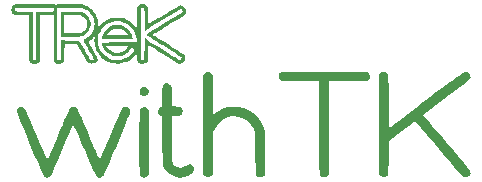
<source format=gbr>
G04 #@! TF.GenerationSoftware,KiCad,Pcbnew,7.0.9*
G04 #@! TF.CreationDate,2024-01-25T20:04:26+09:00*
G04 #@! TF.ProjectId,withTK,77697468-544b-42e6-9b69-6361645f7063,rev?*
G04 #@! TF.SameCoordinates,Original*
G04 #@! TF.FileFunction,Legend,Top*
G04 #@! TF.FilePolarity,Positive*
%FSLAX46Y46*%
G04 Gerber Fmt 4.6, Leading zero omitted, Abs format (unit mm)*
G04 Created by KiCad (PCBNEW 7.0.9) date 2024-01-25 20:04:26*
%MOMM*%
%LPD*%
G01*
G04 APERTURE LIST*
G04 APERTURE END LIST*
G36*
X29239263Y-26541073D02*
G01*
X29381832Y-26561505D01*
X29514991Y-26600322D01*
X29654325Y-26661015D01*
X29672508Y-26670089D01*
X29859977Y-26787656D01*
X30026400Y-26937932D01*
X30167308Y-27114868D01*
X30278232Y-27312410D01*
X30354704Y-27524508D01*
X30376827Y-27623873D01*
X30391032Y-27702919D01*
X29071694Y-27702919D01*
X27752357Y-27702919D01*
X27766562Y-27623873D01*
X27823679Y-27419157D01*
X27829058Y-27407815D01*
X28152382Y-27407815D01*
X29070503Y-27407815D01*
X29280417Y-27407386D01*
X29469556Y-27406147D01*
X29634557Y-27404167D01*
X29772058Y-27401517D01*
X29878696Y-27398267D01*
X29951109Y-27394488D01*
X29985935Y-27390249D01*
X29988624Y-27388629D01*
X29975079Y-27359011D01*
X29939325Y-27308191D01*
X29888677Y-27245057D01*
X29830453Y-27178495D01*
X29771972Y-27117394D01*
X29741745Y-27088791D01*
X29597787Y-26977853D01*
X29447431Y-26901410D01*
X29282738Y-26856809D01*
X29095769Y-26841400D01*
X29005939Y-26843116D01*
X28900582Y-26849233D01*
X28823145Y-26858657D01*
X28759391Y-26874551D01*
X28695082Y-26900080D01*
X28647347Y-26922793D01*
X28551855Y-26980401D01*
X28447736Y-27060312D01*
X28346167Y-27152316D01*
X28258320Y-27246206D01*
X28195370Y-27331770D01*
X28190461Y-27340208D01*
X28152382Y-27407815D01*
X27829058Y-27407815D01*
X27917773Y-27220746D01*
X28043684Y-27036160D01*
X28196250Y-26872920D01*
X28370308Y-26738544D01*
X28377400Y-26734030D01*
X28557153Y-26636652D01*
X28738088Y-26573667D01*
X28932568Y-26541541D01*
X29071694Y-26535535D01*
X29239263Y-26541073D01*
G37*
G36*
X25351534Y-25405512D02*
G01*
X25539331Y-25406426D01*
X25694065Y-25408603D01*
X25820282Y-25412574D01*
X25922529Y-25418875D01*
X26005353Y-25428039D01*
X26073301Y-25440600D01*
X26130919Y-25457090D01*
X26182755Y-25478045D01*
X26233356Y-25503997D01*
X26287267Y-25535480D01*
X26299827Y-25543082D01*
X26466311Y-25667059D01*
X26603743Y-25816545D01*
X26709963Y-25986231D01*
X26782810Y-26170810D01*
X26820120Y-26364970D01*
X26819734Y-26563405D01*
X26786319Y-26737962D01*
X26709597Y-26939660D01*
X26602576Y-27112343D01*
X26464067Y-27257493D01*
X26292879Y-27376591D01*
X26257574Y-27395864D01*
X26191572Y-27429172D01*
X26128904Y-27456663D01*
X26064761Y-27478893D01*
X25994333Y-27496416D01*
X25912812Y-27509787D01*
X25815388Y-27519562D01*
X25697253Y-27526296D01*
X25553599Y-27530543D01*
X25379614Y-27532859D01*
X25170492Y-27533799D01*
X25061446Y-27533922D01*
X24297338Y-27534288D01*
X24297338Y-26469807D01*
X24297338Y-25698293D01*
X24592441Y-25698293D01*
X24592441Y-26459018D01*
X24592441Y-27219742D01*
X25282773Y-27213654D01*
X25973105Y-27207566D01*
X26090245Y-27148209D01*
X26218587Y-27070722D01*
X26318584Y-26978977D01*
X26400674Y-26862105D01*
X26443045Y-26780937D01*
X26482182Y-26695170D01*
X26505389Y-26628878D01*
X26516629Y-26564367D01*
X26519862Y-26483940D01*
X26519763Y-26438189D01*
X26514831Y-26323188D01*
X26500632Y-26236004D01*
X26475522Y-26164164D01*
X26405484Y-26047719D01*
X26305930Y-25933987D01*
X26188472Y-25834948D01*
X26106167Y-25783115D01*
X25973105Y-25710969D01*
X25282773Y-25704631D01*
X24592441Y-25698293D01*
X24297338Y-25698293D01*
X24297338Y-25405326D01*
X25126126Y-25405326D01*
X25351534Y-25405512D01*
G37*
G36*
X22064833Y-24773090D02*
G01*
X22376413Y-24773208D01*
X22648507Y-24773542D01*
X22883785Y-24774139D01*
X23084918Y-24775045D01*
X23254577Y-24776309D01*
X23395431Y-24777976D01*
X23510153Y-24780093D01*
X23601412Y-24782709D01*
X23671879Y-24785869D01*
X23724226Y-24789621D01*
X23761122Y-24794011D01*
X23785239Y-24799087D01*
X23796902Y-24803555D01*
X23841607Y-24821605D01*
X23882896Y-24819573D01*
X23930965Y-24802172D01*
X23953554Y-24794831D01*
X23985365Y-24788777D01*
X24029998Y-24783931D01*
X24091051Y-24780212D01*
X24172123Y-24777539D01*
X24276813Y-24775832D01*
X24408720Y-24775012D01*
X24571442Y-24774996D01*
X24768578Y-24775705D01*
X25003726Y-24777058D01*
X25042688Y-24777312D01*
X26078499Y-24784170D01*
X26271733Y-24849551D01*
X26488288Y-24935410D01*
X26674209Y-25037716D01*
X26839676Y-25162368D01*
X26889570Y-25207564D01*
X27051537Y-25374968D01*
X27179900Y-25542713D01*
X27281841Y-25721798D01*
X27364542Y-25923224D01*
X27373037Y-25947999D01*
X27409752Y-26089531D01*
X27434868Y-26253199D01*
X27446706Y-26421243D01*
X27443589Y-26575903D01*
X27437592Y-26631371D01*
X27428173Y-26705872D01*
X27423225Y-26762088D01*
X27423694Y-26788908D01*
X27424091Y-26789561D01*
X27439068Y-26778488D01*
X27468216Y-26741506D01*
X27485761Y-26716019D01*
X27613692Y-26554686D01*
X27776485Y-26400686D01*
X27966907Y-26259017D01*
X28177729Y-26134676D01*
X28401718Y-26032658D01*
X28549186Y-25981222D01*
X28622767Y-25959704D01*
X28686967Y-25944425D01*
X28751618Y-25934347D01*
X28826554Y-25928432D01*
X28921609Y-25925643D01*
X29046616Y-25924941D01*
X29082234Y-25924968D01*
X29216565Y-25925742D01*
X29318646Y-25928325D01*
X29398377Y-25933773D01*
X29465658Y-25943140D01*
X29530391Y-25957481D01*
X29602476Y-25977850D01*
X29615457Y-25981771D01*
X29866529Y-26076632D01*
X30103119Y-26202612D01*
X30318894Y-26355200D01*
X30507519Y-26529884D01*
X30662663Y-26722153D01*
X30670007Y-26733011D01*
X30747462Y-26848663D01*
X30747580Y-25974173D01*
X30748110Y-25766274D01*
X30749584Y-25575796D01*
X30751913Y-25406801D01*
X30755006Y-25263348D01*
X30758775Y-25149497D01*
X30763131Y-25069308D01*
X30767984Y-25026842D01*
X30768452Y-25024971D01*
X30806316Y-24948375D01*
X30870399Y-24873306D01*
X30946849Y-24814387D01*
X30985971Y-24795332D01*
X31041222Y-24783369D01*
X31122205Y-24776143D01*
X31215912Y-24773618D01*
X31309332Y-24775754D01*
X31389455Y-24782516D01*
X31443271Y-24793864D01*
X31449719Y-24796673D01*
X31541739Y-24862970D01*
X31617242Y-24952636D01*
X31629506Y-24973209D01*
X31639096Y-24995389D01*
X31647005Y-25026731D01*
X31653485Y-25071611D01*
X31658787Y-25134404D01*
X31663162Y-25219485D01*
X31666862Y-25331231D01*
X31670136Y-25474016D01*
X31673237Y-25652215D01*
X31674931Y-25764934D01*
X31685470Y-26493422D01*
X32233520Y-26158353D01*
X32381871Y-26067613D01*
X32557725Y-25959981D01*
X32752654Y-25840621D01*
X32958231Y-25714694D01*
X33166028Y-25587362D01*
X33367620Y-25463788D01*
X33529869Y-25364289D01*
X33727043Y-25243638D01*
X33892182Y-25143640D01*
X34029019Y-25062636D01*
X34141286Y-24998963D01*
X34232716Y-24950961D01*
X34307042Y-24916968D01*
X34367995Y-24895324D01*
X34419309Y-24884367D01*
X34464715Y-24882436D01*
X34507947Y-24887870D01*
X34552737Y-24899008D01*
X34566363Y-24903012D01*
X34653361Y-24948302D01*
X34736645Y-25025839D01*
X34809084Y-25125848D01*
X34863550Y-25238555D01*
X34892352Y-25349927D01*
X34896537Y-25441241D01*
X34879687Y-25521959D01*
X34838092Y-25596998D01*
X34768042Y-25671276D01*
X34665827Y-25749711D01*
X34527739Y-25837220D01*
X34522391Y-25840401D01*
X34460721Y-25877351D01*
X34371269Y-25931422D01*
X34257616Y-26000420D01*
X34123342Y-26082150D01*
X33972028Y-26174418D01*
X33807255Y-26275030D01*
X33632603Y-26381790D01*
X33451654Y-26492505D01*
X33267988Y-26604980D01*
X33085186Y-26717020D01*
X32906828Y-26826432D01*
X32736496Y-26931020D01*
X32577770Y-27028590D01*
X32434230Y-27116948D01*
X32309457Y-27193899D01*
X32207033Y-27257248D01*
X32130538Y-27304802D01*
X32083552Y-27334366D01*
X32069588Y-27343615D01*
X32083970Y-27357061D01*
X32131183Y-27390536D01*
X32208112Y-27442037D01*
X32311643Y-27509562D01*
X32438663Y-27591110D01*
X32586057Y-27684679D01*
X32750711Y-27788267D01*
X32929513Y-27899873D01*
X33081372Y-27994034D01*
X33361153Y-28167086D01*
X33607262Y-28319537D01*
X33821943Y-28452861D01*
X34007437Y-28568535D01*
X34165989Y-28668034D01*
X34299841Y-28752834D01*
X34411235Y-28824412D01*
X34502414Y-28884242D01*
X34575622Y-28933802D01*
X34633100Y-28974566D01*
X34677092Y-29008010D01*
X34709841Y-29035612D01*
X34733589Y-29058845D01*
X34750579Y-29079187D01*
X34763053Y-29098112D01*
X34765398Y-29102203D01*
X34815715Y-29224731D01*
X34825137Y-29343428D01*
X34793876Y-29463808D01*
X34780522Y-29493198D01*
X34698525Y-29626927D01*
X34601623Y-29722119D01*
X34488158Y-29780258D01*
X34447727Y-29791359D01*
X34361929Y-29805753D01*
X34294089Y-29803508D01*
X34247758Y-29792576D01*
X34221571Y-29781306D01*
X34175384Y-29756917D01*
X34107888Y-29718606D01*
X34017773Y-29665565D01*
X33903728Y-29596990D01*
X33764445Y-29512075D01*
X33598614Y-29410014D01*
X33404923Y-29290001D01*
X33182065Y-29151231D01*
X32928728Y-28992898D01*
X32643604Y-28814196D01*
X32325381Y-28614320D01*
X32022732Y-28423927D01*
X31685470Y-28211632D01*
X31674931Y-28890996D01*
X31671873Y-29086013D01*
X31668781Y-29243609D01*
X31664758Y-29368511D01*
X31658908Y-29465447D01*
X31650332Y-29539145D01*
X31638136Y-29594332D01*
X31621420Y-29635735D01*
X31599290Y-29668084D01*
X31570846Y-29696104D01*
X31535194Y-29724524D01*
X31513687Y-29740893D01*
X31470810Y-29770293D01*
X31427970Y-29788822D01*
X31372835Y-29799592D01*
X31293071Y-29805715D01*
X31249116Y-29807655D01*
X31136293Y-29810417D01*
X31055063Y-29806794D01*
X30995070Y-29794601D01*
X30945959Y-29771652D01*
X30897375Y-29735762D01*
X30893639Y-29732635D01*
X30841774Y-29682877D01*
X30803551Y-29628630D01*
X30777017Y-29562649D01*
X30760221Y-29477688D01*
X30751209Y-29366503D01*
X30748028Y-29221848D01*
X30747925Y-29191928D01*
X30747462Y-28878696D01*
X30655886Y-29003094D01*
X30468217Y-29224663D01*
X30256878Y-29412506D01*
X30023863Y-29565169D01*
X29771169Y-29681200D01*
X29682482Y-29711620D01*
X29403591Y-29778959D01*
X29125897Y-29806489D01*
X28852814Y-29795755D01*
X28587758Y-29748301D01*
X28334145Y-29665673D01*
X28095389Y-29549415D01*
X27874905Y-29401071D01*
X27676109Y-29222187D01*
X27502416Y-29014308D01*
X27357241Y-28778977D01*
X27286307Y-28627789D01*
X27231337Y-28485323D01*
X27192404Y-28354015D01*
X27165458Y-28216894D01*
X27146447Y-28056988D01*
X27144287Y-28032955D01*
X27139269Y-27930670D01*
X27139434Y-27811393D01*
X27141547Y-27755773D01*
X27439838Y-27755773D01*
X27439872Y-27862495D01*
X27442591Y-27951341D01*
X27448677Y-28075812D01*
X27457696Y-28171888D01*
X27471900Y-28253327D01*
X27493541Y-28333886D01*
X27516708Y-28404027D01*
X27620522Y-28645458D01*
X27755056Y-28858787D01*
X27921140Y-29044866D01*
X28119607Y-29204547D01*
X28351290Y-29338682D01*
X28489896Y-29400546D01*
X28697088Y-29464669D01*
X28924335Y-29499317D01*
X29161029Y-29503949D01*
X29396559Y-29478021D01*
X29512655Y-29452896D01*
X29745830Y-29371650D01*
X29963982Y-29251148D01*
X30166728Y-29091665D01*
X30353683Y-28893480D01*
X30436995Y-28785655D01*
X30489625Y-28705620D01*
X30511604Y-28646849D01*
X30502511Y-28601228D01*
X30461931Y-28560643D01*
X30424158Y-28536422D01*
X30364143Y-28505081D01*
X30314604Y-28485786D01*
X30298350Y-28482836D01*
X30269629Y-28498915D01*
X30226661Y-28541179D01*
X30178487Y-28600672D01*
X30176031Y-28604039D01*
X30091091Y-28715784D01*
X30014638Y-28802088D01*
X29934909Y-28874485D01*
X29840139Y-28944508D01*
X29804037Y-28968744D01*
X29605149Y-29075683D01*
X29389306Y-29147827D01*
X29163905Y-29184303D01*
X28936340Y-29184237D01*
X28714009Y-29146755D01*
X28599701Y-29111008D01*
X28418447Y-29024267D01*
X28245009Y-28903477D01*
X28088736Y-28756719D01*
X27958978Y-28592073D01*
X27913922Y-28518255D01*
X27878116Y-28444588D01*
X27840576Y-28352103D01*
X27834611Y-28335284D01*
X28152382Y-28335284D01*
X28190461Y-28400452D01*
X28298331Y-28545799D01*
X28438815Y-28673316D01*
X28603989Y-28776738D01*
X28740160Y-28835021D01*
X28812299Y-28857902D01*
X28878042Y-28871911D01*
X28950900Y-28878606D01*
X29044389Y-28879541D01*
X29113852Y-28878045D01*
X29224308Y-28873627D01*
X29305176Y-28866041D01*
X29369018Y-28853036D01*
X29428394Y-28832361D01*
X29469200Y-28814366D01*
X29649535Y-28712750D01*
X29796524Y-28591351D01*
X29876563Y-28497610D01*
X29920162Y-28439863D01*
X29955093Y-28397591D01*
X29972453Y-28380955D01*
X29989954Y-28370246D01*
X29987280Y-28361254D01*
X29961836Y-28353848D01*
X29911026Y-28347896D01*
X29832254Y-28343267D01*
X29722925Y-28339830D01*
X29580443Y-28337453D01*
X29402213Y-28336004D01*
X29185638Y-28335352D01*
X29070503Y-28335284D01*
X28152382Y-28335284D01*
X27834611Y-28335284D01*
X27827938Y-28316468D01*
X30671198Y-28316468D01*
X30672501Y-28330392D01*
X30694765Y-28356363D01*
X30725259Y-28387439D01*
X30740190Y-28398521D01*
X30746109Y-28380779D01*
X30747462Y-28356363D01*
X30733197Y-28321706D01*
X30702037Y-28314205D01*
X30671198Y-28316468D01*
X27827938Y-28316468D01*
X27805399Y-28252917D01*
X27776680Y-28159149D01*
X27758513Y-28082916D01*
X27754267Y-28045874D01*
X27761780Y-28040499D01*
X27785990Y-28035851D01*
X27829405Y-28031882D01*
X27894532Y-28028548D01*
X27983879Y-28025802D01*
X28099954Y-28023598D01*
X28245263Y-28021890D01*
X28422315Y-28020633D01*
X28633616Y-28019780D01*
X28881676Y-28019286D01*
X29169000Y-28019105D01*
X29216665Y-28019101D01*
X29503450Y-28019018D01*
X29750965Y-28018725D01*
X29962098Y-28018160D01*
X30139738Y-28017261D01*
X30286772Y-28015965D01*
X30406088Y-28014209D01*
X30500574Y-28011931D01*
X30573118Y-28009068D01*
X30626609Y-28005558D01*
X30663932Y-28001337D01*
X30687978Y-27996344D01*
X30701633Y-27990516D01*
X30705859Y-27986815D01*
X30719000Y-27955793D01*
X30724435Y-27899533D01*
X30722569Y-27811333D01*
X30719507Y-27760218D01*
X30681677Y-27493878D01*
X30606609Y-27245514D01*
X30599694Y-27231229D01*
X31040942Y-27231229D01*
X31041217Y-27495228D01*
X31041824Y-27756693D01*
X31042757Y-28012208D01*
X31044016Y-28258356D01*
X31045597Y-28491723D01*
X31047498Y-28708892D01*
X31049715Y-28906448D01*
X31052247Y-29080975D01*
X31055089Y-29229058D01*
X31058241Y-29347281D01*
X31061699Y-29432228D01*
X31065459Y-29480484D01*
X31067860Y-29490404D01*
X31103700Y-29505597D01*
X31163934Y-29513814D01*
X31233735Y-29515110D01*
X31298273Y-29509540D01*
X31342720Y-29497159D01*
X31352235Y-29489350D01*
X31356090Y-29463275D01*
X31360130Y-29399532D01*
X31364221Y-29302611D01*
X31368228Y-29177002D01*
X31372020Y-29027192D01*
X31375460Y-28857672D01*
X31378417Y-28672930D01*
X31379827Y-28563133D01*
X31390367Y-27663264D01*
X31959495Y-28022305D01*
X32304472Y-28239839D01*
X32615576Y-28435786D01*
X32894504Y-28611185D01*
X33142956Y-28767074D01*
X33362628Y-28904495D01*
X33555220Y-29024485D01*
X33722429Y-29128084D01*
X33865953Y-29216331D01*
X33987491Y-29290265D01*
X34088740Y-29350927D01*
X34171398Y-29399354D01*
X34237164Y-29436586D01*
X34287736Y-29463662D01*
X34324811Y-29481622D01*
X34350088Y-29491505D01*
X34364759Y-29494359D01*
X34414994Y-29483139D01*
X34457225Y-29443782D01*
X34473147Y-29420879D01*
X34503608Y-29363724D01*
X34519781Y-29313636D01*
X34520574Y-29304569D01*
X34516824Y-29291580D01*
X34504252Y-29274375D01*
X34480876Y-29251660D01*
X34444713Y-29222143D01*
X34393783Y-29184532D01*
X34326102Y-29137532D01*
X34239689Y-29079852D01*
X34132562Y-29010199D01*
X34002738Y-28927279D01*
X33848236Y-28829799D01*
X33667073Y-28716468D01*
X33457268Y-28585992D01*
X33216838Y-28437078D01*
X32943800Y-28268433D01*
X32728873Y-28135892D01*
X32524764Y-28009962D01*
X32330883Y-27890104D01*
X32150276Y-27778216D01*
X31985984Y-27676194D01*
X31841054Y-27585936D01*
X31718527Y-27509338D01*
X31621449Y-27448297D01*
X31552863Y-27404711D01*
X31515813Y-27380477D01*
X31510295Y-27376442D01*
X31511218Y-27367461D01*
X31527099Y-27350415D01*
X31560000Y-27323969D01*
X31611979Y-27286789D01*
X31685094Y-27237540D01*
X31781406Y-27174887D01*
X31902973Y-27097496D01*
X32051854Y-27004030D01*
X32230109Y-26893156D01*
X32439797Y-26763538D01*
X32682976Y-26613842D01*
X32753947Y-26570237D01*
X32972907Y-26435797D01*
X33187740Y-26303981D01*
X33394725Y-26177066D01*
X33590142Y-26057330D01*
X33770269Y-25947050D01*
X33931388Y-25848502D01*
X34069778Y-25763965D01*
X34181719Y-25695714D01*
X34263490Y-25646027D01*
X34293973Y-25627607D01*
X34390596Y-25567585D01*
X34474965Y-25511703D01*
X34539985Y-25464924D01*
X34578562Y-25432210D01*
X34585151Y-25423900D01*
X34594389Y-25389553D01*
X34583385Y-25346571D01*
X34552648Y-25288267D01*
X34508921Y-25225616D01*
X34465404Y-25195927D01*
X34410134Y-25191800D01*
X34398778Y-25193100D01*
X34374929Y-25204654D01*
X34319671Y-25235806D01*
X34237421Y-25283929D01*
X34132594Y-25346398D01*
X34009608Y-25420588D01*
X33872879Y-25503875D01*
X33776953Y-25562736D01*
X33630488Y-25652778D01*
X33455256Y-25760357D01*
X33258473Y-25881051D01*
X33047360Y-26010437D01*
X32829133Y-26144090D01*
X32611011Y-26277590D01*
X32400213Y-26406511D01*
X32286217Y-26476183D01*
X31390367Y-27023551D01*
X31384880Y-26074054D01*
X31382978Y-25818435D01*
X31380442Y-25603682D01*
X31377234Y-25428507D01*
X31373316Y-25291622D01*
X31368649Y-25191738D01*
X31363196Y-25127570D01*
X31356919Y-25097828D01*
X31355950Y-25096311D01*
X31318116Y-25078177D01*
X31246313Y-25068942D01*
X31209357Y-25068064D01*
X31135537Y-25070774D01*
X31092332Y-25081026D01*
X31068429Y-25102002D01*
X31064386Y-25108836D01*
X31060486Y-25136829D01*
X31056950Y-25203275D01*
X31053773Y-25304759D01*
X31050953Y-25437866D01*
X31048489Y-25599178D01*
X31046376Y-25785282D01*
X31044613Y-25992760D01*
X31043196Y-26218198D01*
X31042123Y-26458179D01*
X31041392Y-26709289D01*
X31040999Y-26968110D01*
X31040942Y-27231229D01*
X30599694Y-27231229D01*
X30496208Y-27017446D01*
X30352379Y-26811997D01*
X30177028Y-26631487D01*
X29972060Y-26478237D01*
X29739381Y-26354569D01*
X29493271Y-26266277D01*
X29355302Y-26237699D01*
X29193846Y-26221060D01*
X29023332Y-26216529D01*
X28858189Y-26224277D01*
X28712848Y-26244473D01*
X28661877Y-26256516D01*
X28409080Y-26346729D01*
X28180108Y-26470492D01*
X27977257Y-26625429D01*
X27802822Y-26809160D01*
X27659101Y-27019309D01*
X27548390Y-27253496D01*
X27479242Y-27481240D01*
X27458378Y-27579843D01*
X27445625Y-27666455D01*
X27439838Y-27755773D01*
X27141547Y-27755773D01*
X27144143Y-27687439D01*
X27152758Y-27571124D01*
X27164640Y-27474762D01*
X27176050Y-27420381D01*
X27172387Y-27412648D01*
X27150410Y-27435266D01*
X27116119Y-27481591D01*
X26993707Y-27628611D01*
X26836021Y-27768221D01*
X26733578Y-27841615D01*
X26674996Y-27884404D01*
X26635366Y-27920930D01*
X26623120Y-27943401D01*
X26623202Y-27943627D01*
X26635441Y-27966713D01*
X26666166Y-28022013D01*
X26712909Y-28105161D01*
X26773203Y-28211788D01*
X26844577Y-28337529D01*
X26924565Y-28478017D01*
X26993488Y-28598769D01*
X27103909Y-28792983D01*
X27194372Y-28954798D01*
X27266529Y-29088013D01*
X27322030Y-29196428D01*
X27362527Y-29283842D01*
X27389671Y-29354055D01*
X27405112Y-29410867D01*
X27410502Y-29458075D01*
X27407493Y-29499481D01*
X27399522Y-29533089D01*
X27358907Y-29634195D01*
X27302670Y-29708006D01*
X27225086Y-29757840D01*
X27120431Y-29787011D01*
X26982981Y-29798837D01*
X26939680Y-29799486D01*
X26866714Y-29799801D01*
X26804682Y-29798166D01*
X26750800Y-29791575D01*
X26702286Y-29777023D01*
X26656355Y-29751506D01*
X26610224Y-29712017D01*
X26561111Y-29655552D01*
X26506231Y-29579105D01*
X26442801Y-29479671D01*
X26368037Y-29354245D01*
X26279158Y-29199821D01*
X26173378Y-29013395D01*
X26113243Y-28907174D01*
X25681485Y-28144877D01*
X25142233Y-28150495D01*
X24602981Y-28156114D01*
X24592441Y-28862255D01*
X24589327Y-29064192D01*
X24586054Y-29228505D01*
X24581778Y-29359722D01*
X24575653Y-29462371D01*
X24566834Y-29540981D01*
X24554475Y-29600080D01*
X24537731Y-29644196D01*
X24515756Y-29677856D01*
X24487706Y-29705590D01*
X24452734Y-29731925D01*
X24426724Y-29749865D01*
X24381795Y-29775816D01*
X24330985Y-29792318D01*
X24262099Y-29802076D01*
X24166170Y-29807668D01*
X24052570Y-29808327D01*
X23964364Y-29800974D01*
X23916803Y-29789262D01*
X23840940Y-29740006D01*
X23771236Y-29664160D01*
X23720411Y-29576778D01*
X23708398Y-29542624D01*
X23703921Y-29504553D01*
X23699943Y-29424472D01*
X23696466Y-29302528D01*
X23693492Y-29138865D01*
X23691022Y-28933628D01*
X23689057Y-28686963D01*
X23687600Y-28399015D01*
X23686652Y-28069930D01*
X23686214Y-27699853D01*
X23686182Y-27576446D01*
X23686177Y-27483826D01*
X23978663Y-27483826D01*
X23979008Y-27745754D01*
X23979734Y-28001838D01*
X23980843Y-28248659D01*
X23982334Y-28482798D01*
X23984211Y-28700836D01*
X23986474Y-28899354D01*
X23989125Y-29074935D01*
X23992164Y-29224159D01*
X23995595Y-29343608D01*
X23999416Y-29429863D01*
X24003631Y-29479505D01*
X24006450Y-29490404D01*
X24041041Y-29505040D01*
X24101032Y-29514173D01*
X24139246Y-29515699D01*
X24206142Y-29511003D01*
X24256924Y-29499037D01*
X24272043Y-29490404D01*
X24278993Y-29471666D01*
X24284685Y-29428790D01*
X24289206Y-29358968D01*
X24292640Y-29259389D01*
X24295073Y-29127245D01*
X24296590Y-28959726D01*
X24297276Y-28754021D01*
X24297338Y-28657534D01*
X24297338Y-27849958D01*
X25080209Y-27855484D01*
X25863081Y-27861010D01*
X26318591Y-28665934D01*
X26446128Y-28889992D01*
X26554494Y-29077515D01*
X26644157Y-29229271D01*
X26715585Y-29346028D01*
X26769245Y-29428555D01*
X26805607Y-29477619D01*
X26822520Y-29493278D01*
X26883329Y-29509210D01*
X26961972Y-29515332D01*
X27035855Y-29510756D01*
X27067481Y-29502904D01*
X27093397Y-29474144D01*
X27100823Y-29439617D01*
X27089946Y-29406072D01*
X27057537Y-29337092D01*
X27003932Y-29233287D01*
X26929467Y-29095267D01*
X26834476Y-28923641D01*
X26719296Y-28719017D01*
X26584261Y-28482005D01*
X26429708Y-28213214D01*
X26344443Y-28065756D01*
X26290728Y-27972383D01*
X26245527Y-27892593D01*
X26212627Y-27833171D01*
X26195817Y-27800897D01*
X26194433Y-27797213D01*
X26211997Y-27784316D01*
X26259282Y-27757318D01*
X26328179Y-27720720D01*
X26378873Y-27694839D01*
X26559614Y-27592713D01*
X26705697Y-27482907D01*
X26824620Y-27357465D01*
X26923880Y-27208433D01*
X27010976Y-27027859D01*
X27013636Y-27021496D01*
X27075962Y-26857407D01*
X27084129Y-26828147D01*
X27395927Y-26828147D01*
X27406466Y-26838687D01*
X27417006Y-26828147D01*
X27406466Y-26817608D01*
X27395927Y-26828147D01*
X27084129Y-26828147D01*
X27116365Y-26712662D01*
X27138037Y-26572745D01*
X27144180Y-26427649D01*
X27133404Y-26241224D01*
X27098867Y-26071929D01*
X27036402Y-25902290D01*
X27000918Y-25826902D01*
X26908071Y-25676098D01*
X26784098Y-25528096D01*
X26639353Y-25393227D01*
X26484189Y-25281819D01*
X26415761Y-25243139D01*
X26346410Y-25207551D01*
X26285058Y-25177631D01*
X26227369Y-25152855D01*
X26169011Y-25132697D01*
X26105648Y-25116634D01*
X26032946Y-25104141D01*
X25946572Y-25094694D01*
X25842192Y-25087767D01*
X25715470Y-25082837D01*
X25562073Y-25079378D01*
X25377666Y-25076867D01*
X25157917Y-25074778D01*
X25014721Y-25073571D01*
X24785446Y-25071734D01*
X24594675Y-25070476D01*
X24438759Y-25069901D01*
X24314047Y-25070114D01*
X24216889Y-25071220D01*
X24143634Y-25073321D01*
X24090633Y-25076525D01*
X24054234Y-25080933D01*
X24030788Y-25086651D01*
X24016645Y-25093784D01*
X24008207Y-25102363D01*
X24003726Y-25129177D01*
X23999608Y-25194588D01*
X23995855Y-25295179D01*
X23992467Y-25427529D01*
X23989447Y-25588222D01*
X23986795Y-25773837D01*
X23984512Y-25980957D01*
X23982601Y-26206163D01*
X23981063Y-26446036D01*
X23979899Y-26697157D01*
X23979110Y-26956108D01*
X23978697Y-27219471D01*
X23978663Y-27483826D01*
X23686177Y-27483826D01*
X23686078Y-25689890D01*
X23106397Y-25695811D01*
X22526715Y-25701732D01*
X22526715Y-27598853D01*
X22526648Y-27929376D01*
X22526416Y-28220336D01*
X22525978Y-28474332D01*
X22525291Y-28693957D01*
X22524312Y-28881807D01*
X22522999Y-29040480D01*
X22521309Y-29172570D01*
X22519200Y-29280673D01*
X22516628Y-29367385D01*
X22513552Y-29435302D01*
X22509928Y-29487020D01*
X22505714Y-29525135D01*
X22500868Y-29552242D01*
X22495346Y-29570937D01*
X22494293Y-29573571D01*
X22441053Y-29670689D01*
X22371127Y-29739735D01*
X22278557Y-29783876D01*
X22157384Y-29806278D01*
X22048011Y-29810724D01*
X21945439Y-29808282D01*
X21873914Y-29799916D01*
X21822536Y-29783909D01*
X21799495Y-29771584D01*
X21713121Y-29704120D01*
X21652895Y-29619170D01*
X21631669Y-29573571D01*
X21626024Y-29556100D01*
X21621061Y-29530678D01*
X21616739Y-29494709D01*
X21613014Y-29445599D01*
X21609843Y-29380753D01*
X21607185Y-29297574D01*
X21604997Y-29193468D01*
X21603236Y-29065838D01*
X21601858Y-28912091D01*
X21600823Y-28729630D01*
X21600087Y-28515860D01*
X21599608Y-28268186D01*
X21599342Y-27984012D01*
X21599248Y-27660743D01*
X21599246Y-27598202D01*
X21599246Y-25700429D01*
X21035387Y-25700312D01*
X20842443Y-25699643D01*
X20686785Y-25697348D01*
X20563554Y-25692860D01*
X20467892Y-25685613D01*
X20394941Y-25675039D01*
X20339841Y-25660572D01*
X20297735Y-25641645D01*
X20263764Y-25617691D01*
X20254155Y-25609183D01*
X20188768Y-25539135D01*
X20146535Y-25466114D01*
X20123206Y-25378493D01*
X20114529Y-25264642D01*
X20114309Y-25242486D01*
X20419154Y-25242486D01*
X20420700Y-25312255D01*
X20428817Y-25351870D01*
X20448021Y-25373281D01*
X20472901Y-25384768D01*
X20507899Y-25390111D01*
X20580282Y-25394859D01*
X20685277Y-25398880D01*
X20818113Y-25402041D01*
X20974020Y-25404209D01*
X21148225Y-25405251D01*
X21210660Y-25405326D01*
X21894350Y-25405326D01*
X21894350Y-27435218D01*
X21894472Y-27792227D01*
X21894854Y-28109007D01*
X21895520Y-28387482D01*
X21896493Y-28629581D01*
X21897797Y-28837230D01*
X21899456Y-29012354D01*
X21901494Y-29156882D01*
X21903934Y-29272740D01*
X21906799Y-29361853D01*
X21910115Y-29426150D01*
X21913903Y-29467557D01*
X21918189Y-29488000D01*
X21919645Y-29490404D01*
X21953473Y-29504256D01*
X22014190Y-29513444D01*
X22066455Y-29515699D01*
X22139826Y-29512902D01*
X22182667Y-29502352D01*
X22206363Y-29480811D01*
X22209791Y-29474927D01*
X22214050Y-29445955D01*
X22217843Y-29375751D01*
X22221173Y-29264210D01*
X22224041Y-29111226D01*
X22226447Y-28916695D01*
X22228394Y-28680510D01*
X22229881Y-28402566D01*
X22230909Y-28082757D01*
X22231482Y-27720979D01*
X22231612Y-27419740D01*
X22231612Y-25405326D01*
X22932483Y-25405003D01*
X23101091Y-25404419D01*
X23256758Y-25402910D01*
X23394332Y-25400603D01*
X23508661Y-25397620D01*
X23594594Y-25394089D01*
X23646976Y-25390134D01*
X23660743Y-25387307D01*
X23676525Y-25359410D01*
X23682956Y-25298745D01*
X23681822Y-25224268D01*
X23675512Y-25078604D01*
X22064307Y-25073201D01*
X21753468Y-25072290D01*
X21482407Y-25071801D01*
X21248744Y-25071764D01*
X21050100Y-25072211D01*
X20884098Y-25073171D01*
X20748359Y-25074677D01*
X20640502Y-25076758D01*
X20558151Y-25079446D01*
X20498926Y-25082771D01*
X20460449Y-25086764D01*
X20440340Y-25091456D01*
X20436289Y-25094280D01*
X20427024Y-25128823D01*
X20420781Y-25190113D01*
X20419154Y-25242486D01*
X20114309Y-25242486D01*
X20114146Y-25226155D01*
X20121019Y-25094385D01*
X20144331Y-24994258D01*
X20188121Y-24917128D01*
X20256431Y-24854345D01*
X20301314Y-24825471D01*
X20390917Y-24772960D01*
X22064833Y-24773090D01*
G37*
G36*
X31525484Y-31824126D02*
G01*
X31662574Y-31941702D01*
X31733372Y-32111509D01*
X31738313Y-32174022D01*
X31696145Y-32361065D01*
X31585333Y-32497621D01*
X31429413Y-32571455D01*
X31251924Y-32570332D01*
X31104645Y-32503398D01*
X30993335Y-32373873D01*
X30956595Y-32214314D01*
X30985982Y-32050093D01*
X31073053Y-31906583D01*
X31209368Y-31809157D01*
X31344845Y-31781472D01*
X31525484Y-31824126D01*
G37*
G36*
X31444472Y-33466945D02*
G01*
X31595561Y-33542206D01*
X31707042Y-33685192D01*
X31734589Y-33759494D01*
X31746711Y-33853779D01*
X31757310Y-34035840D01*
X31766382Y-34293670D01*
X31773924Y-34615266D01*
X31779932Y-34988623D01*
X31784402Y-35401737D01*
X31787332Y-35842604D01*
X31788718Y-36299219D01*
X31788557Y-36759577D01*
X31786845Y-37211675D01*
X31783579Y-37643507D01*
X31778756Y-38043071D01*
X31772372Y-38398360D01*
X31764423Y-38697371D01*
X31754907Y-38928099D01*
X31743821Y-39078540D01*
X31736095Y-39126449D01*
X31642712Y-39318846D01*
X31499691Y-39430692D01*
X31320703Y-39455369D01*
X31157660Y-39406392D01*
X31054477Y-39321247D01*
X30995479Y-39232766D01*
X30981830Y-39152979D01*
X30970004Y-38985195D01*
X30959981Y-38740863D01*
X30951744Y-38431435D01*
X30945275Y-38068363D01*
X30940553Y-37663099D01*
X30937562Y-37227092D01*
X30936282Y-36771796D01*
X30936695Y-36308660D01*
X30938783Y-35849137D01*
X30942526Y-35404678D01*
X30947908Y-34986734D01*
X30954908Y-34606756D01*
X30963508Y-34276197D01*
X30973691Y-34006507D01*
X30985437Y-33809137D01*
X30998728Y-33695539D01*
X31004458Y-33676152D01*
X31123829Y-33531054D01*
X31278864Y-33462273D01*
X31444472Y-33466945D01*
G37*
G36*
X36884930Y-30509175D02*
G01*
X37031677Y-30611151D01*
X37152655Y-30739863D01*
X37167013Y-32430944D01*
X37181372Y-34122026D01*
X37504261Y-33900967D01*
X37931070Y-33667423D01*
X38394007Y-33519479D01*
X38876801Y-33457792D01*
X39363180Y-33483023D01*
X39836871Y-33595828D01*
X40268043Y-33789095D01*
X40522921Y-33965516D01*
X40788372Y-34201795D01*
X41033578Y-34466975D01*
X41227721Y-34730097D01*
X41262429Y-34787981D01*
X41344528Y-34936302D01*
X41411843Y-35072722D01*
X41465837Y-35208927D01*
X41507975Y-35356604D01*
X41539719Y-35527441D01*
X41562532Y-35733124D01*
X41577879Y-35985339D01*
X41587221Y-36295775D01*
X41592022Y-36676118D01*
X41593746Y-37138055D01*
X41593912Y-37435522D01*
X41593912Y-39223773D01*
X41453900Y-39344265D01*
X41282918Y-39438396D01*
X41105785Y-39449811D01*
X40948082Y-39383515D01*
X40835387Y-39244514D01*
X40825331Y-39221250D01*
X40810903Y-39135250D01*
X40797539Y-38958097D01*
X40785547Y-38698437D01*
X40775232Y-38364919D01*
X40766903Y-37966189D01*
X40760865Y-37510894D01*
X40759581Y-37368883D01*
X40745582Y-35647272D01*
X40612823Y-35364072D01*
X40387002Y-34988678D01*
X40100476Y-34687332D01*
X39762173Y-34465418D01*
X39381022Y-34328318D01*
X38965950Y-34281417D01*
X38825670Y-34286463D01*
X38435072Y-34362673D01*
X38068891Y-34526603D01*
X37744152Y-34766442D01*
X37477878Y-35070379D01*
X37331622Y-35322910D01*
X37202557Y-35597370D01*
X37177606Y-37410702D01*
X37152655Y-39224035D01*
X37012642Y-39344396D01*
X36840854Y-39445584D01*
X36672319Y-39447421D01*
X36500791Y-39349906D01*
X36494239Y-39344335D01*
X36354227Y-39223913D01*
X36339734Y-35115160D01*
X36337849Y-34479784D01*
X36336734Y-33870560D01*
X36336361Y-33295241D01*
X36336703Y-32761585D01*
X36337735Y-32277347D01*
X36339429Y-31850281D01*
X36341757Y-31488144D01*
X36344694Y-31198691D01*
X36348213Y-30989677D01*
X36352286Y-30868858D01*
X36354507Y-30844029D01*
X36427915Y-30659716D01*
X36556152Y-30537186D01*
X36716172Y-30484364D01*
X36884930Y-30509175D01*
G37*
G36*
X45828437Y-30483496D02*
G01*
X46526327Y-30483990D01*
X46602093Y-30484026D01*
X47317485Y-30484660D01*
X47939082Y-30485964D01*
X48472888Y-30488047D01*
X48924911Y-30491016D01*
X49301156Y-30494977D01*
X49607630Y-30500039D01*
X49850338Y-30506310D01*
X50035286Y-30513897D01*
X50168481Y-30522907D01*
X50255929Y-30533448D01*
X50303635Y-30545627D01*
X50312284Y-30550470D01*
X50416694Y-30682205D01*
X50474182Y-30857608D01*
X50470807Y-31011035D01*
X50450174Y-31081945D01*
X50420868Y-31139205D01*
X50372882Y-31184274D01*
X50296208Y-31218608D01*
X50180838Y-31243667D01*
X50016766Y-31260909D01*
X49793983Y-31271791D01*
X49502482Y-31277772D01*
X49132256Y-31280311D01*
X48673296Y-31280865D01*
X48618958Y-31280867D01*
X47008254Y-31280867D01*
X47008254Y-35195808D01*
X47007731Y-35998191D01*
X47006132Y-36703855D01*
X47003415Y-37315882D01*
X46999539Y-37837352D01*
X46994461Y-38271343D01*
X46988138Y-38620938D01*
X46980528Y-38889215D01*
X46971590Y-39079256D01*
X46961280Y-39194140D01*
X46952850Y-39232348D01*
X46840270Y-39370716D01*
X46676833Y-39446354D01*
X46496902Y-39448482D01*
X46392282Y-39408242D01*
X46350757Y-39382863D01*
X46314500Y-39353839D01*
X46283154Y-39314621D01*
X46256360Y-39258661D01*
X46233762Y-39179412D01*
X46215003Y-39070326D01*
X46199724Y-38924856D01*
X46187570Y-38736453D01*
X46178182Y-38498571D01*
X46171204Y-38204661D01*
X46166278Y-37848175D01*
X46163046Y-37422567D01*
X46161152Y-36921288D01*
X46160239Y-36337791D01*
X46159948Y-35665528D01*
X46159924Y-35149857D01*
X46159924Y-31280867D01*
X44560799Y-31280867D01*
X42961674Y-31280867D01*
X42833254Y-31152447D01*
X42746292Y-31042850D01*
X42724555Y-30927804D01*
X42734201Y-30840561D01*
X42743060Y-30774042D01*
X42751308Y-30716282D01*
X42765594Y-30666667D01*
X42792567Y-30624584D01*
X42838878Y-30589420D01*
X42911176Y-30560563D01*
X43016110Y-30537399D01*
X43160330Y-30519315D01*
X43350486Y-30505699D01*
X43593226Y-30495938D01*
X43895201Y-30489418D01*
X44263060Y-30485527D01*
X44703453Y-30483651D01*
X45223028Y-30483179D01*
X45828437Y-30483496D01*
G37*
G36*
X33374002Y-31465065D02*
G01*
X33473713Y-31520181D01*
X33572203Y-31596412D01*
X33612854Y-31637271D01*
X33642292Y-31685841D01*
X33662321Y-31757655D01*
X33674749Y-31868246D01*
X33681380Y-32033148D01*
X33684023Y-32267892D01*
X33684482Y-32562061D01*
X33684482Y-33426643D01*
X33955693Y-33426643D01*
X34248053Y-33450591D01*
X34455621Y-33523746D01*
X34581525Y-33648075D01*
X34628887Y-33825546D01*
X34629442Y-33850808D01*
X34592235Y-34037595D01*
X34478312Y-34169015D01*
X34284216Y-34247352D01*
X34006491Y-34274887D01*
X33987173Y-34274973D01*
X33684482Y-34274973D01*
X33684482Y-36147892D01*
X33684798Y-36658786D01*
X33686592Y-37079882D01*
X33691136Y-37421188D01*
X33699702Y-37692709D01*
X33713559Y-37904452D01*
X33733980Y-38066423D01*
X33762235Y-38188629D01*
X33799596Y-38281074D01*
X33847333Y-38353767D01*
X33906719Y-38416712D01*
X33979023Y-38479917D01*
X33980936Y-38481527D01*
X34189505Y-38595983D01*
X34426314Y-38621022D01*
X34675784Y-38556897D01*
X34837189Y-38467630D01*
X35055376Y-38351530D01*
X35239862Y-38325408D01*
X35399306Y-38388870D01*
X35458263Y-38439503D01*
X35564880Y-38602489D01*
X35576825Y-38776467D01*
X35497568Y-38954292D01*
X35330578Y-39128818D01*
X35079325Y-39292902D01*
X35031830Y-39317561D01*
X34748293Y-39414392D01*
X34423499Y-39452704D01*
X34098205Y-39430847D01*
X33855362Y-39365168D01*
X33514175Y-39177316D01*
X33230730Y-38910938D01*
X33059120Y-38659283D01*
X32911005Y-38391869D01*
X32896440Y-36331392D01*
X32881876Y-34270915D01*
X32761820Y-34225270D01*
X32607502Y-34122121D01*
X32523117Y-33973871D01*
X32508328Y-33806290D01*
X32562795Y-33645147D01*
X32686179Y-33516208D01*
X32771724Y-33472581D01*
X32813260Y-33453878D01*
X32843279Y-33424431D01*
X32863650Y-33369582D01*
X32876243Y-33274673D01*
X32882928Y-33125045D01*
X32885575Y-32906038D01*
X32886053Y-32602994D01*
X32886054Y-32576268D01*
X32888821Y-32288751D01*
X32896485Y-32031556D01*
X32908084Y-31823229D01*
X32922660Y-31682314D01*
X32934902Y-31632148D01*
X33027223Y-31543328D01*
X33170628Y-31478232D01*
X33316533Y-31455346D01*
X33374002Y-31465065D01*
G37*
G36*
X58580603Y-30482270D02*
G01*
X58590601Y-30482439D01*
X58762562Y-30527803D01*
X58898775Y-30647241D01*
X58975688Y-30815772D01*
X58984679Y-30900447D01*
X58984854Y-30945844D01*
X58981274Y-30987034D01*
X58967783Y-31029251D01*
X58938222Y-31077727D01*
X58886434Y-31137696D01*
X58806262Y-31214390D01*
X58691548Y-31313041D01*
X58536136Y-31438884D01*
X58333867Y-31597150D01*
X58078584Y-31793072D01*
X57764130Y-32031884D01*
X57384348Y-32318819D01*
X56933079Y-32659108D01*
X56775492Y-32777920D01*
X54955468Y-34150219D01*
X55144756Y-34374777D01*
X55212275Y-34454424D01*
X55337976Y-34602243D01*
X55515254Y-34810483D01*
X55737506Y-35071396D01*
X55998130Y-35377234D01*
X56290522Y-35720246D01*
X56608080Y-36092684D01*
X56944201Y-36486799D01*
X57159361Y-36739036D01*
X57553689Y-37201801D01*
X57887684Y-37595185D01*
X58166228Y-37925358D01*
X58394201Y-38198489D01*
X58576481Y-38420751D01*
X58717951Y-38598313D01*
X58823489Y-38737346D01*
X58897976Y-38844020D01*
X58946293Y-38924506D01*
X58973318Y-38984975D01*
X58983933Y-39031596D01*
X58984679Y-39046993D01*
X58942423Y-39226584D01*
X58831946Y-39362077D01*
X58677681Y-39437971D01*
X58504061Y-39438763D01*
X58418139Y-39406420D01*
X58363695Y-39357253D01*
X58250835Y-39238637D01*
X58085546Y-39057368D01*
X57873815Y-38820239D01*
X57621628Y-38534046D01*
X57334971Y-38205584D01*
X57019831Y-37841648D01*
X56682195Y-37449033D01*
X56328048Y-37034535D01*
X56315191Y-37019437D01*
X55963189Y-36606558D01*
X55629969Y-36216725D01*
X55321209Y-35856512D01*
X55042586Y-35532495D01*
X54799778Y-35251248D01*
X54598460Y-35019346D01*
X54444311Y-34843364D01*
X54343007Y-34729877D01*
X54300225Y-34685459D01*
X54299585Y-34685112D01*
X54250889Y-34710373D01*
X54133546Y-34788703D01*
X53958152Y-34912498D01*
X53735304Y-35074155D01*
X53475598Y-35266071D01*
X53189631Y-35480642D01*
X53166469Y-35498156D01*
X52073284Y-36325228D01*
X52048333Y-37774635D01*
X52023382Y-39224042D01*
X51883369Y-39344400D01*
X51711581Y-39445586D01*
X51543048Y-39447420D01*
X51371527Y-39349902D01*
X51364966Y-39344323D01*
X51224954Y-39223890D01*
X51224954Y-34981939D01*
X51224954Y-30739988D01*
X51345931Y-30611213D01*
X51504644Y-30503323D01*
X51676669Y-30482647D01*
X51837738Y-30543942D01*
X51963579Y-30681967D01*
X51996469Y-30751738D01*
X52010188Y-30839531D01*
X52021951Y-31023049D01*
X52031667Y-31298231D01*
X52039247Y-31661016D01*
X52044598Y-32107343D01*
X52047633Y-32633151D01*
X52048333Y-33080579D01*
X52048919Y-33537528D01*
X52050597Y-33962219D01*
X52053244Y-34344573D01*
X52056737Y-34674511D01*
X52060954Y-34941953D01*
X52065771Y-35136821D01*
X52071067Y-35249035D01*
X52075002Y-35273009D01*
X52118626Y-35243760D01*
X52234560Y-35159610D01*
X52415583Y-35025954D01*
X52654475Y-34848189D01*
X52944014Y-34631708D01*
X53276981Y-34381909D01*
X53646153Y-34104185D01*
X54044312Y-33803932D01*
X54333057Y-33585770D01*
X54994412Y-33085667D01*
X55580788Y-32642289D01*
X56096861Y-32252229D01*
X56547305Y-31912080D01*
X56936797Y-31618434D01*
X57270010Y-31367882D01*
X57551619Y-31157018D01*
X57786301Y-30982433D01*
X57978730Y-30840720D01*
X58133581Y-30728472D01*
X58255530Y-30642280D01*
X58349251Y-30578736D01*
X58419419Y-30534434D01*
X58470710Y-30505965D01*
X58507799Y-30489922D01*
X58535361Y-30482897D01*
X58558071Y-30481482D01*
X58580603Y-30482270D01*
G37*
G36*
X25505256Y-33485648D02*
G01*
X25546100Y-33500989D01*
X25583870Y-33521466D01*
X25622067Y-33554300D01*
X25664191Y-33606712D01*
X25713742Y-33685925D01*
X25774220Y-33799160D01*
X25849125Y-33953638D01*
X25941959Y-34156582D01*
X26056220Y-34415213D01*
X26195409Y-34736753D01*
X26363027Y-35128423D01*
X26562572Y-35597446D01*
X26797547Y-36151041D01*
X26800551Y-36158121D01*
X26969778Y-36554210D01*
X27127673Y-36918499D01*
X27269918Y-37241420D01*
X27392196Y-37513404D01*
X27490188Y-37724883D01*
X27559578Y-37866289D01*
X27596048Y-37928053D01*
X27599915Y-37929634D01*
X27625409Y-37877461D01*
X27685678Y-37742667D01*
X27776695Y-37534583D01*
X27894434Y-37262540D01*
X28034870Y-36935870D01*
X28193975Y-36563902D01*
X28367725Y-36155970D01*
X28520081Y-35796977D01*
X28704561Y-35363636D01*
X28879544Y-34956502D01*
X29040754Y-34585251D01*
X29183911Y-34259562D01*
X29304737Y-33989112D01*
X29398952Y-33783578D01*
X29462279Y-33652638D01*
X29487866Y-33608048D01*
X29638234Y-33494124D01*
X29806554Y-33458536D01*
X29968776Y-33493516D01*
X30100845Y-33591292D01*
X30178711Y-33744095D01*
X30189771Y-33834799D01*
X30171085Y-33898891D01*
X30117357Y-34044657D01*
X30032796Y-34262009D01*
X29921607Y-34540859D01*
X29787998Y-34871118D01*
X29636176Y-35242698D01*
X29470348Y-35645511D01*
X29294720Y-36069468D01*
X29113499Y-36504482D01*
X28930893Y-36940463D01*
X28751108Y-37367324D01*
X28578351Y-37774977D01*
X28416829Y-38153332D01*
X28270749Y-38492303D01*
X28144317Y-38781800D01*
X28041741Y-39011735D01*
X27967228Y-39172019D01*
X27947433Y-39212005D01*
X27847349Y-39366862D01*
X27730924Y-39444098D01*
X27570217Y-39464757D01*
X27506796Y-39459352D01*
X27446578Y-39438212D01*
X27385581Y-39393949D01*
X27319825Y-39319176D01*
X27245328Y-39206504D01*
X27158110Y-39048547D01*
X27054190Y-38837916D01*
X26929587Y-38567225D01*
X26780320Y-38229085D01*
X26602408Y-37816109D01*
X26391870Y-37320908D01*
X26307355Y-37121160D01*
X26123807Y-36688863D01*
X25951089Y-36285661D01*
X25793231Y-35920708D01*
X25654263Y-35603155D01*
X25538218Y-35342158D01*
X25449124Y-35146869D01*
X25391014Y-35026442D01*
X25368722Y-34989663D01*
X25341278Y-35031632D01*
X25279463Y-35156738D01*
X25187272Y-35355986D01*
X25068700Y-35620379D01*
X24927744Y-35940920D01*
X24768397Y-36308612D01*
X24594656Y-36714459D01*
X24427704Y-37108657D01*
X24241704Y-37546877D01*
X24063994Y-37959561D01*
X23898944Y-38336985D01*
X23750923Y-38669425D01*
X23624299Y-38947158D01*
X23523443Y-39160462D01*
X23452723Y-39299611D01*
X23419462Y-39352433D01*
X23265405Y-39445003D01*
X23086891Y-39456626D01*
X22920237Y-39385518D01*
X22909994Y-39377429D01*
X22866990Y-39312455D01*
X22790698Y-39165115D01*
X22685414Y-38945496D01*
X22555435Y-38663689D01*
X22405057Y-38329782D01*
X22238576Y-37953864D01*
X22060290Y-37546025D01*
X21874495Y-37116354D01*
X21685487Y-36674939D01*
X21497564Y-36231870D01*
X21315020Y-35797236D01*
X21142154Y-35381126D01*
X20983261Y-34993629D01*
X20842639Y-34644834D01*
X20724583Y-34344830D01*
X20633390Y-34103707D01*
X20573357Y-33931553D01*
X20548781Y-33838458D01*
X20548417Y-33832003D01*
X20582881Y-33670153D01*
X20649031Y-33565259D01*
X20789812Y-33484367D01*
X20963776Y-33462189D01*
X21128238Y-33499591D01*
X21207576Y-33553950D01*
X21246362Y-33618843D01*
X21319387Y-33766125D01*
X21422309Y-33986139D01*
X21550785Y-34269229D01*
X21700474Y-34605738D01*
X21867033Y-34986011D01*
X22046120Y-35400391D01*
X22202108Y-35765531D01*
X22386071Y-36197637D01*
X22558530Y-36601223D01*
X22715496Y-36967063D01*
X22852982Y-37285928D01*
X22966997Y-37548592D01*
X23053553Y-37745829D01*
X23108662Y-37868411D01*
X23127921Y-37907148D01*
X23176246Y-37913337D01*
X23177333Y-37912312D01*
X23200832Y-37863232D01*
X23259282Y-37731563D01*
X23348671Y-37526600D01*
X23464990Y-37257638D01*
X23604227Y-36933973D01*
X23762373Y-36564900D01*
X23935416Y-36159714D01*
X24079846Y-35820596D01*
X24263849Y-35389296D01*
X24438041Y-34983388D01*
X24598117Y-34612732D01*
X24739772Y-34287187D01*
X24858702Y-34016612D01*
X24950602Y-33810866D01*
X25011168Y-33679809D01*
X25033416Y-33636498D01*
X25170828Y-33503776D01*
X25349215Y-33458012D01*
X25505256Y-33485648D01*
G37*
M02*

</source>
